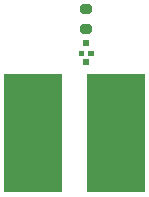
<source format=gbp>
G04 #@! TF.GenerationSoftware,KiCad,Pcbnew,7.0.1*
G04 #@! TF.CreationDate,2023-04-19T15:48:29-07:00*
G04 #@! TF.ProjectId,Stage flood sensor,53746167-6520-4666-9c6f-6f642073656e,rev?*
G04 #@! TF.SameCoordinates,Original*
G04 #@! TF.FileFunction,Paste,Bot*
G04 #@! TF.FilePolarity,Positive*
%FSLAX46Y46*%
G04 Gerber Fmt 4.6, Leading zero omitted, Abs format (unit mm)*
G04 Created by KiCad (PCBNEW 7.0.1) date 2023-04-19 15:48:29*
%MOMM*%
%LPD*%
G01*
G04 APERTURE LIST*
G04 Aperture macros list*
%AMRoundRect*
0 Rectangle with rounded corners*
0 $1 Rounding radius*
0 $2 $3 $4 $5 $6 $7 $8 $9 X,Y pos of 4 corners*
0 Add a 4 corners polygon primitive as box body*
4,1,4,$2,$3,$4,$5,$6,$7,$8,$9,$2,$3,0*
0 Add four circle primitives for the rounded corners*
1,1,$1+$1,$2,$3*
1,1,$1+$1,$4,$5*
1,1,$1+$1,$6,$7*
1,1,$1+$1,$8,$9*
0 Add four rect primitives between the rounded corners*
20,1,$1+$1,$2,$3,$4,$5,0*
20,1,$1+$1,$4,$5,$6,$7,0*
20,1,$1+$1,$6,$7,$8,$9,0*
20,1,$1+$1,$8,$9,$2,$3,0*%
G04 Aperture macros list end*
%ADD10C,0.010000*%
%ADD11R,5.000000X10.000000*%
%ADD12RoundRect,0.200000X-0.275000X0.200000X-0.275000X-0.200000X0.275000X-0.200000X0.275000X0.200000X0*%
%ADD13R,0.600000X0.600000*%
G04 APERTURE END LIST*
G04 #@! TO.C,C1*
D10*
X101060000Y-137400000D02*
X100660000Y-137400000D01*
X100660000Y-137000000D01*
X101060000Y-137000000D01*
X101060000Y-137400000D01*
G36*
X101060000Y-137400000D02*
G01*
X100660000Y-137400000D01*
X100660000Y-137000000D01*
X101060000Y-137000000D01*
X101060000Y-137400000D01*
G37*
X100260000Y-137400000D02*
X99860000Y-137400000D01*
X99860000Y-137000000D01*
X100260000Y-137000000D01*
X100260000Y-137400000D01*
G36*
X100260000Y-137400000D02*
G01*
X99860000Y-137400000D01*
X99860000Y-137000000D01*
X100260000Y-137000000D01*
X100260000Y-137400000D01*
G37*
G04 #@! TD*
D11*
G04 #@! TO.C,J1*
X103000000Y-144000000D03*
G04 #@! TD*
G04 #@! TO.C,J2*
X96000000Y-144000000D03*
G04 #@! TD*
D12*
G04 #@! TO.C,R2*
X100450000Y-133500000D03*
X100450000Y-135150000D03*
G04 #@! TD*
D13*
G04 #@! TO.C,C1*
X100460000Y-136400000D03*
X100460000Y-138000000D03*
G04 #@! TD*
M02*

</source>
